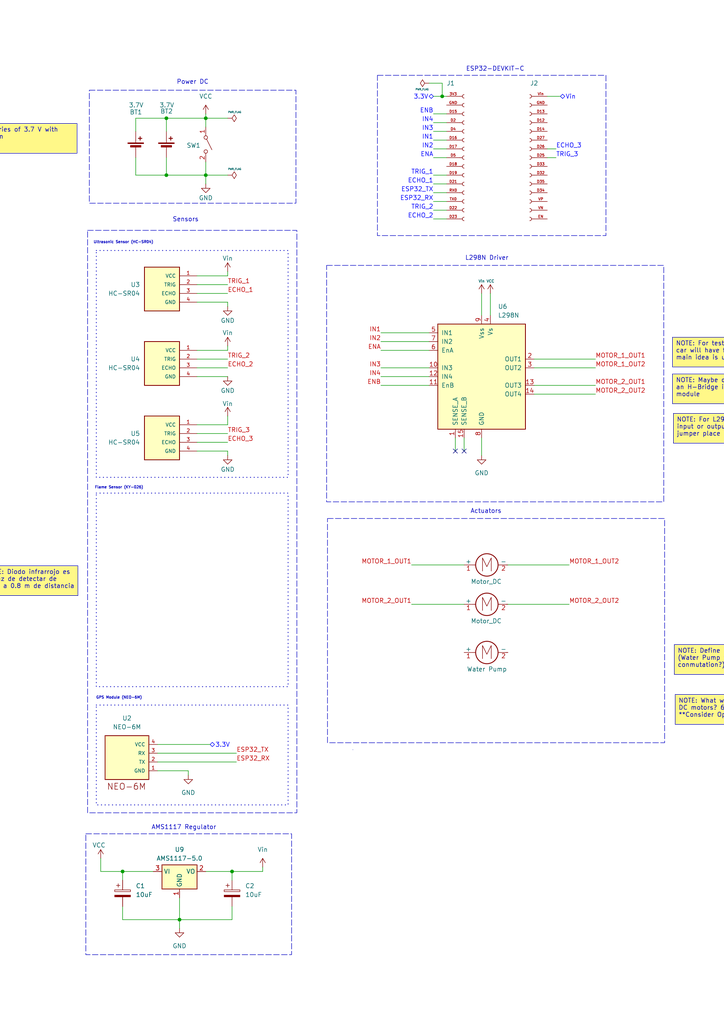
<source format=kicad_sch>
(kicad_sch (version 20231120) (generator "eeschema") (generator_version "8.0")
  (paper "A4" portrait)
  (title_block (title "IoT Autonomous Fire Detection and Firefighting System") (date "2025-03-30") (rev "Proyecto IMTC") (company "Facultad de Ingeniería Mecánica y Eléctrica") (comment 1 "Equipo #5") (comment 2 "Erick Ruben Morales Escobedo 1964189") (comment 3 "Kevin Yair Constante Maldonado 1966252") (comment 4 "Oswaldo Sanchez Melendez 2078113"))
  (lib_symbols
    (symbol "Comparator:LM393" (pin_names (offset 0.127))
      (property "Reference" "U" (at 3.81 3.81 0))
      (property "Value" "LM393" (at 6.35 -3.81 0))
      (symbol "LM393_1_1"
        (polyline (pts (xy -5.08 5.08) (xy 5.08 0) (xy -5.08 -5.08) (xy -5.08 5.08)) (stroke (width 0.254)) (fill (type background)))
        (polyline (pts (xy 3.302 -0.508) (xy 2.794 -0.508) (xy 3.302 0) (xy 2.794 0.508) (xy 2.286 0) (xy 2.794 -0.508) (xy 2.286 -0.508)) (stroke (width 0.127)))
        (pin open_collector line (at 7.62 0 180) (length 2.54) (name "~") (number "1"))
        (pin input line (at -7.62 -2.54 0) (length 2.54) (name "-") (number "2"))
        (pin input line (at -7.62 2.54 0) (length 2.54) (name "+") (number "3"))
      )
      (symbol "LM393_2_1"
        (polyline (pts (xy -5.08 5.08) (xy 5.08 0) (xy -5.08 -5.08) (xy -5.08 5.08)) (stroke (width 0.254)) (fill (type background)))
        (polyline (pts (xy 3.302 -0.508) (xy 2.794 -0.508) (xy 3.302 0) (xy 2.794 0.508) (xy 2.286 0) (xy 2.794 -0.508) (xy 2.286 -0.508)) (stroke (width 0.127)))
        (pin input line (at -7.62 2.54 0) (length 2.54) (name "+") (number "5"))
        (pin input line (at -7.62 -2.54 0) (length 2.54) (name "-") (number "6"))
        (pin open_collector line (at 7.62 0 180) (length 2.54) (name "~") (number "7"))
      )
      (symbol "LM393_3_1"
        (pin power_in line (at -2.54 -7.62 90) (length 3.81) (name "V-") (number "4"))
        (pin power_in line (at -2.54 7.62 270) (length 3.81) (name "V+") (number "8"))
      )
    )
    (symbol "Conn_01x19_Female_1" (pin_names (offset 1.016) hide)
      (property "Reference" "J2" (at -1.27 26.67 0))
      (symbol "Conn_01x19_Female_1_1_1"
        (arc (start 0 -12.192) (mid -0.5058 -12.7) (end 0 -13.208) (stroke (width 0.1524)))
        (arc (start 0 -9.652) (mid -0.5058 -10.16) (end 0 -10.668) (stroke (width 0.1524)))
        (arc (start 0 -7.112) (mid -0.5058 -7.62) (end 0 -8.128) (stroke (width 0.1524)))
        (arc (start 0 -4.572) (mid -0.5058 -5.08) (end 0 -5.588) (stroke (width 0.1524)))
        (arc (start 0 -2.032) (mid -0.5058 -2.54) (end 0 -3.048) (stroke (width 0.1524)))
        (polyline (pts (xy -1.27 -12.7) (xy -0.508 -12.7)) (stroke (width 0.1524)))
        (polyline (pts (xy -1.27 -10.16) (xy -0.508 -10.16)) (stroke (width 0.1524)))
        (polyline (pts (xy -1.27 -7.62) (xy -0.508 -7.62)) (stroke (width 0.1524)))
        (polyline (pts (xy -1.27 -5.08) (xy -0.508 -5.08)) (stroke (width 0.1524)))
        (polyline (pts (xy -1.27 -2.54) (xy -0.508 -2.54)) (stroke (width 0.1524)))
        (polyline (pts (xy -1.27 0) (xy -0.508 0)) (stroke (width 0.1524)))
        (polyline (pts (xy -1.27 2.54) (xy -0.508 2.54)) (stroke (width 0.1524)))
        (polyline (pts (xy -1.27 5.08) (xy -0.508 5.08)) (stroke (width 0.1524)))
        (polyline (pts (xy -1.27 7.62) (xy -0.508 7.62)) (stroke (width 0.1524)))
        (polyline (pts (xy -1.27 10.16) (xy -0.508 10.16)) (stroke (width 0.1524)))
        (polyline (pts (xy -1.27 12.7) (xy -0.508 12.7)) (stroke (width 0.1524)))
        (polyline (pts (xy -1.27 15.24) (xy -0.508 15.24)) (stroke (width 0.1524)))
        (polyline (pts (xy -1.27 17.78) (xy -0.508 17.78)) (stroke (width 0.1524)))
        (polyline (pts (xy -1.27 20.32) (xy -0.508 20.32)) (stroke (width 0.1524)))
        (polyline (pts (xy -1.27 22.86) (xy -0.508 22.86)) (stroke (width 0.1524)))
        (arc (start 0 0.508) (mid -0.5058 0) (end 0 -0.508) (stroke (width 0.1524)))
        (arc (start 0 3.048) (mid -0.5058 2.54) (end 0 2.032) (stroke (width 0.1524)))
        (arc (start 0 5.588) (mid -0.5058 5.08) (end 0 4.572) (stroke (width 0.1524)))
        (arc (start 0 8.128) (mid -0.5058 7.62) (end 0 7.112) (stroke (width 0.1524)))
        (arc (start 0 10.668) (mid -0.5058 10.16) (end 0 9.652) (stroke (width 0.1524)))
        (arc (start 0 13.208) (mid -0.5058 12.7) (end 0 12.192) (stroke (width 0.1524)))
        (arc (start 0 15.748) (mid -0.5058 15.24) (end 0 14.732) (stroke (width 0.1524)))
        (arc (start 0 18.288) (mid -0.5058 17.78) (end 0 17.272) (stroke (width 0.1524)))
        (arc (start 0 20.828) (mid -0.5058 20.32) (end 0 19.812) (stroke (width 0.1524)))
        (arc (start 0 23.368) (mid -0.5058 22.86) (end 0 22.352) (stroke (width 0.1524)))
        (pin passive line (at -5.08 15.24 0) (length 3.81) (name "Pin_4") (number "D12"))
        (pin passive line (at -5.08 17.78 0) (length 3.81) (name "Pin_3") (number "D13"))
        (pin passive line (at -5.08 12.7 0) (length 3.81) (name "Pin_5") (number "D14"))
        (pin passive line (at -5.08 5.08 0) (length 3.81) (name "Pin_8") (number "D25"))
        (pin passive line (at -5.08 7.62 0) (length 3.81) (name "Pin_7") (number "D26"))
        (pin passive line (at -5.08 10.16 0) (length 3.81) (name "Pin_6") (number "D27"))
        (pin passive line (at -5.08 0 0) (length 3.81) (name "Pin_10") (number "D32"))
        (pin passive line (at -5.08 2.54 0) (length 3.81) (name "Pin_9") (number "D33"))
        (pin passive line (at -5.08 -5.08 0) (length 3.81) (name "Pin_12") (number "D34"))
        (pin passive line (at -5.08 -2.54 0) (length 3.81) (name "Pin_11") (number "D35"))
        (pin passive line (at -5.08 -12.7 0) (length 3.81) (name "Pin_15") (number "EN"))
        (pin passive line (at -5.08 20.32 0) (length 3.81) (name "Pin_2") (number "GND"))
        (pin passive line (at -5.08 -10.16 0) (length 3.81) (name "Pin_14") (number "VN"))
        (pin passive line (at -5.08 -7.62 0) (length 3.81) (name "Pin_13") (number "VP"))
        (pin passive line (at -5.08 22.86 0) (length 3.81) (name "Pin_1") (number "Vin"))
      )
    )
    (symbol "Connector:Conn_01x19_Female" (pin_names (offset 1.016) hide)
      (property "Reference" "J1" (at -5.08 26.67 0))
      (symbol "Conn_01x19_Female_1_1"
        (arc (start 0 -12.192) (mid -0.5058 -12.7) (end 0 -13.208) (stroke (width 0.1524)))
        (arc (start 0 -9.652) (mid -0.5058 -10.16) (end 0 -10.668) (stroke (width 0.1524)))
        (arc (start 0 -7.112) (mid -0.5058 -7.62) (end 0 -8.128) (stroke (width 0.1524)))
        (arc (start 0 -4.572) (mid -0.5058 -5.08) (end 0 -5.588) (stroke (width 0.1524)))
        (arc (start 0 -2.032) (mid -0.5058 -2.54) (end 0 -3.048) (stroke (width 0.1524)))
        (polyline (pts (xy -1.27 -12.7) (xy -0.508 -12.7)) (stroke (width 0.1524)))
        (polyline (pts (xy -1.27 -10.16) (xy -0.508 -10.16)) (stroke (width 0.1524)))
        (polyline (pts (xy -1.27 -7.62) (xy -0.508 -7.62)) (stroke (width 0.1524)))
        (polyline (pts (xy -1.27 -5.08) (xy -0.508 -5.08)) (stroke (width 0.1524)))
        (polyline (pts (xy -1.27 -2.54) (xy -0.508 -2.54)) (stroke (width 0.1524)))
        (polyline (pts (xy -1.27 0) (xy -0.508 0)) (stroke (width 0.1524)))
        (polyline (pts (xy -1.27 2.54) (xy -0.508 2.54)) (stroke (width 0.1524)))
        (polyline (pts (xy -1.27 5.08) (xy -0.508 5.08)) (stroke (width 0.1524)))
        (polyline (pts (xy -1.27 7.62) (xy -0.508 7.62)) (stroke (width 0.1524)))
        (polyline (pts (xy -1.27 10.16) (xy -0.508 10.16)) (stroke (width 0.1524)))
        (polyline (pts (xy -1.27 12.7) (xy -0.508 12.7)) (stroke (width 0.1524)))
        (polyline (pts (xy -1.27 15.24) (xy -0.508 15.24)) (stroke (width 0.1524)))
        (polyline (pts (xy -1.27 17.78) (xy -0.508 17.78)) (stroke (width 0.1524)))
        (polyline (pts (xy -1.27 20.32) (xy -0.508 20.32)) (stroke (width 0.1524)))
        (polyline (pts (xy -1.27 22.86) (xy -0.508 22.86)) (stroke (width 0.1524)))
        (arc (start 0 0.508) (mid -0.5058 0) (end 0 -0.508) (stroke (width 0.1524)))
        (arc (start 0 3.048) (mid -0.5058 2.54) (end 0 2.032) (stroke (width 0.1524)))
        (arc (start 0 5.588) (mid -0.5058 5.08) (end 0 4.572) (stroke (width 0.1524)))
        (arc (start 0 8.128) (mid -0.5058 7.62) (end 0 7.112) (stroke (width 0.1524)))
        (arc (start 0 10.668) (mid -0.5058 10.16) (end 0 9.652) (stroke (width 0.1524)))
        (arc (start 0 13.208) (mid -0.5058 12.7) (end 0 12.192) (stroke (width 0.1524)))
        (arc (start 0 15.748) (mid -0.5058 15.24) (end 0 14.732) (stroke (width 0.1524)))
        (arc (start 0 18.288) (mid -0.5058 17.78) (end 0 17.272) (stroke (width 0.1524)))
        (arc (start 0 20.828) (mid -0.5058 20.32) (end 0 19.812) (stroke (width 0.1524)))
        (arc (start 0 23.368) (mid -0.5058 22.86) (end 0 22.352) (stroke (width 0.1524)))
        (pin passive line (at -5.08 22.86 0) (length 3.81) (name "Pin_1") (number "3V3"))
        (pin passive line (at -5.08 17.78 0) (length 3.81) (name "Pin_3") (number "D15"))
        (pin passive line (at -5.08 10.16 0) (length 3.81) (name "Pin_6") (number "D16"))
        (pin passive line (at -5.08 7.62 0) (length 3.81) (name "Pin_7") (number "D17"))
        (pin passive line (at -5.08 2.54 0) (length 3.81) (name "Pin_9") (number "D18"))
        (pin passive line (at -5.08 0 0) (length 3.81) (name "Pin_10") (number "D19"))
        (pin passive line (at -5.08 15.24 0) (length 3.81) (name "Pin_4") (number "D2"))
        (pin passive line (at -5.08 -2.54 0) (length 3.81) (name "Pin_11") (number "D21"))
        (pin passive line (at -5.08 -10.16 0) (length 3.81) (name "Pin_14") (number "D22"))
        (pin passive line (at -5.08 -12.7 0) (length 3.81) (name "Pin_15") (number "D23"))
        (pin passive line (at -5.08 12.7 0) (length 3.81) (name "Pin_5") (number "D4"))
        (pin passive line (at -5.08 5.08 0) (length 3.81) (name "Pin_8") (number "D5"))
        (pin passive line (at -5.08 20.32 0) (length 3.81) (name "Pin_2") (number "GND"))
        (pin passive line (at -5.08 -5.08 0) (length 3.81) (name "Pin_12") (number "RX0"))
        (pin passive line (at -5.08 -7.62 0) (length 3.81) (name "Pin_13") (number "TX0"))
      )
    )
    (symbol "Device:Battery_Cell" (pin_numbers hide) (pin_names (offset 0) hide)
      (property "Reference" "BT" (at 2.54 2.54 0))
      (property "Value" "Battery_Cell" (at 2.54 0 0))
      (symbol "Battery_Cell_0_1"
        (rectangle (start -2.286 1.778) (end 2.286 1.524) (fill (type outline)))
        (rectangle (start -1.524 1.016) (end 1.524 0.508) (fill (type outline)))
        (polyline (pts (xy 0 0.762) (xy 0 0)))
        (polyline (pts (xy 0 1.778) (xy 0 2.54)))
        (polyline (pts (xy 0.762 3.048) (xy 1.778 3.048)) (stroke (width 0.254)))
        (polyline (pts (xy 1.27 3.556) (xy 1.27 2.54)) (stroke (width 0.254)))
      )
      (symbol "Battery_Cell_1_1"
        (pin passive line (at 0 5.08 270) (length 2.54) (name "+") (number "1"))
        (pin passive line (at 0 -2.54 90) (length 2.54) (name "-") (number "2"))
      )
    )
    (symbol "Device:C_Polarized" (pin_numbers hide) (pin_names (offset 0.254))
      (property "Reference" "C" (at 0.635 2.54 0))
      (property "Value" "C_Polarized" (at 0.635 -2.54 0))
      (symbol "C_Polarized_0_1"
        (rectangle (start -2.286 0.508) (end 2.286 1.016))
        (polyline (pts (xy -1.778 2.286) (xy -0.762 2.286)))
        (polyline (pts (xy -1.27 2.794) (xy -1.27 1.778)))
        (rectangle (start 2.286 -0.508) (end -2.286 -1.016) (fill (type outline)))
      )
      (symbol "C_Polarized_1_1"
        (pin passive line (at 0 3.81 270) (length 2.794) (name "~") (number "1"))
        (pin passive line (at 0 -3.81 90) (length 2.794) (name "~") (number "2"))
      )
    )
    (symbol "Driver_Motor:L298N" (pin_names (offset 1.016))
      (property "Reference" "U" (at -10.16 16.51 0))
      (property "Value" "L298N" (at 12.7 16.51 0))
      (symbol "L298N_0_1"
        (rectangle (start -12.7 15.24) (end 12.7 -15.24) (stroke (width 0.254)) (fill (type background)))
      )
      (symbol "L298N_1_1"
        (pin power_in line (at -7.62 -17.78 90) (length 2.54) (name "SENSE_A") (number "1"))
        (pin input line (at -15.24 2.54 0) (length 2.54) (name "IN3") (number "10"))
        (pin input line (at -15.24 -2.54 0) (length 2.54) (name "EnB") (number "11"))
        (pin input line (at -15.24 0 0) (length 2.54) (name "IN4") (number "12"))
        (pin output line (at 15.24 -2.54 180) (length 2.54) (name "OUT3") (number "13"))
        (pin output line (at 15.24 -5.08 180) (length 2.54) (name "OUT4") (number "14"))
        (pin power_in line (at -5.08 -17.78 90) (length 2.54) (name "SENSE_B") (number "15"))
        (pin output line (at 15.24 5.08 180) (length 2.54) (name "OUT1") (number "2"))
        (pin output line (at 15.24 2.54 180) (length 2.54) (name "OUT2") (number "3"))
        (pin power_in line (at 2.54 17.78 270) (length 2.54) (name "Vs") (number "4"))
        (pin input line (at -15.24 12.7 0) (length 2.54) (name "IN1") (number "5"))
        (pin input line (at -15.24 7.62 0) (length 2.54) (name "EnA") (number "6"))
        (pin input line (at -15.24 10.16 0) (length 2.54) (name "IN2") (number "7"))
        (pin power_in line (at 0 -17.78 90) (length 2.54) (name "GND") (number "8"))
        (pin power_in line (at 0 17.78 270) (length 2.54) (name "Vss") (number "9"))
      )
    )
    (symbol "HC-SR04:HC-SR04" (pin_names (offset 1.016))
      (property "Reference" "U" (at 0 5.0813 0))
      (property "Value" "HC-SR04" (at 0 -10.163 0))
      (symbol "HC-SR04_0_0"
        (rectangle (start 0 -7.62) (end 10.16 5.08) (stroke (width 0.254)) (fill (type background)))
        (pin power_in line (at -5.08 2.54 0) (length 5.08) (name "VCC") (number "1"))
        (pin bidirectional line (at -5.08 0 0) (length 5.08) (name "TRIG") (number "2"))
        (pin bidirectional line (at -5.08 -2.54 0) (length 5.08) (name "ECHO") (number "3"))
        (pin power_in line (at -5.08 -5.08 0) (length 5.08) (name "GND") (number "4"))
      )
    )
    (symbol "Motor:Motor_DC" (pin_names (offset 0))
      (property "Value" "Motor_DC" (at -4.826 -5.842 90))
      (symbol "Motor_DC_0_0"
        (polyline (pts (xy -1.778 -0.254) (xy 2.032 -0.254) (xy -0.508 -1.524) (xy 2.032 -2.794) (xy -1.778 -2.794)))
      )
      (symbol "Motor_DC_0_1"
        (circle (center 0 -1.524) (radius 3.2512) (stroke (width 0.254)))
        (polyline (pts (xy 0 -7.62) (xy 0 -7.112)))
        (polyline (pts (xy 0 -4.7752) (xy 0 -5.1816)))
        (polyline (pts (xy 0 1.7272) (xy 0 2.0828)))
        (polyline (pts (xy 0 2.032) (xy 0 2.54)))
      )
      (symbol "Motor_DC_1_1"
        (pin passive line (at 0 5.08 270) (length 2.54) (name "+") (number "1"))
        (pin passive line (at 0 -7.62 90) (length 2.54) (name "-") (number "2"))
      )
    )
    (symbol "NEO-6M:NEO-6M" (pin_names (offset 1.016))
      (property "Reference" "U2" (at 7.62 17.272 0))
      (property "Value" "NEO-6M" (at 4.826 -1.778 0))
      (symbol "NEO-6M_0_0"
        (rectangle (start 2.54 0) (end 15.24 12.7) (stroke (width 0.254)) (fill (type background)))
        (text "NEO-6M" (at 3.302 14.732 0) (effects (font (size 1.778 1.778)) (justify left)))
      )
      (symbol "NEO-6M_1_0"
        (pin bidirectional line (at 0 10.16 0) (length 2.54) (name "GND") (number "1"))
        (pin bidirectional line (at 0 7.62 0) (length 2.54) (name "TX") (number "2"))
        (pin bidirectional line (at 0 5.08 0) (length 2.54) (name "RX") (number "3"))
        (pin bidirectional line (at 0 2.54 0) (length 2.54) (name "VCC") (number "4"))
      )
    )
    (symbol "Regulator_Linear:AMS1117-5.0"
      (property "Reference" "U" (at -3.81 3.175 0))
      (property "Value" "AMS1117-5.0" (at 0 3.175 0))
      (symbol "AMS1117-5.0_0_1"
        (rectangle (start -5.08 -5.08) (end 5.08 1.905) (stroke (width 0.254)) (fill (type background)))
      )
      (symbol "AMS1117-5.0_1_1"
        (pin power_in line (at 0 -7.62 90) (length 2.54) (name "GND") (number "1"))
        (pin power_out line (at 7.62 0 180) (length 2.54) (name "VO") (number "2"))
        (pin power_in line (at -7.62 0 0) (length 2.54) (name "VI") (number "3"))
      )
    )
    (symbol "Switch:SW_SPST" (pin_names (offset 0) hide)
      (property "Reference" "SW" (at 0 3.175 0))
      (property "Value" "SW_SPST" (at 0 -2.54 0))
      (symbol "SW_SPST_0_0"
        (circle (center -2.032 0) (radius 0.508))
        (polyline (pts (xy -1.524 0.254) (xy 1.524 1.778)))
        (circle (center 2.032 0) (radius 0.508))
      )
      (symbol "SW_SPST_1_1"
        (pin passive line (at -5.08 0 0) (length 2.54) (name "A") (number "1"))
        (pin passive line (at 5.08 0 180) (length 2.54) (name "B") (number "2"))
      )
    )
    (symbol "power:+9V" (power) (pin_numbers hide) (pin_names (offset 0) hide)
      (property "Value" "+9V" (at 0 3.556 0))
      (symbol "+9V_0_1"
        (polyline (pts (xy -0.762 1.27) (xy 0 2.54)))
        (polyline (pts (xy 0 0) (xy 0 2.54)))
        (polyline (pts (xy 0 2.54) (xy 0.762 1.27)))
      )
      (symbol "+9V_1_1"
        (pin power_in line (at 0 0 90) (length 0) (name "~") (number "1"))
      )
    )
    (symbol "power:GND" (power) (pin_numbers hide) (pin_names (offset 0) hide)
      (property "Value" "GND" (at 0 -3.81 0))
      (symbol "GND_0_1"
        (polyline (pts (xy 0 0) (xy 0 -1.27) (xy 1.27 -1.27) (xy 0 -2.54) (xy -1.27 -1.27) (xy 0 -1.27)))
      )
      (symbol "GND_1_1"
        (pin power_in line (at 0 0 270) (length 0) (name "~") (number "1"))
      )
    )
    (symbol "power:PWR_FLAG" (power) (pin_numbers hide) (pin_names (offset 0) hide)
      (property "Value" "PWR_FLAG" (at 0 4.826 90))
      (symbol "PWR_FLAG_0_0"
        (pin power_out line (at 0 0 90) (length 0) (name "~") (number "1"))
      )
      (symbol "PWR_FLAG_0_1"
        (polyline (pts (xy 0 0) (xy 0 1.27) (xy -1.016 1.905) (xy 0 2.54) (xy 1.016 1.905) (xy 0 1.27)))
      )
    )
    (symbol "power:VCC" (power) (pin_numbers hide) (pin_names (offset 0) hide)
      (property "Value" "VCC" (at 0 3.556 0))
      (symbol "VCC_0_1"
        (polyline (pts (xy -0.762 1.27) (xy 0 2.54)))
        (polyline (pts (xy 0 0) (xy 0 2.54)))
        (polyline (pts (xy 0 2.54) (xy 0.762 1.27)))
      )
      (symbol "VCC_1_1"
        (pin power_in line (at 0 0 90) (length 0) (name "~") (number "1"))
      )
    )
  )
  (junction (at 48.26 50.8))
  (junction (at 52.07 266.7))
  (junction (at 59.69 34.29))
  (junction (at 128.27 27.94))
  (junction (at 67.31 252.73))
  (junction (at 59.69 50.8))
  (junction (at 35.56 252.73))
  (junction (at 48.26 34.29))
  (no_connect (at 134.62 130.81))
  (no_connect (at 132.08 130.81))
  (wire (pts (xy 119.38 175.26) (xy 134.62 175.26)))
  (wire (pts (xy 129.54 38.1) (xy 125.73 38.1)))
  (wire (pts (xy 59.69 50.8) (xy 59.69 53.34)))
  (wire (pts (xy 76.2 251.46) (xy 76.2 252.73)))
  (wire (pts (xy 52.07 260.35) (xy 52.07 266.7)))
  (wire (pts (xy 124.46 24.13) (xy 128.27 24.13)))
  (wire (pts (xy 52.07 266.7) (xy 52.07 269.24)))
  (wire (pts (xy 45.72 220.98) (xy 68.58 220.98)))
  (wire (pts (xy 35.56 266.7) (xy 52.07 266.7)))
  (wire (pts (xy 110.49 96.52) (xy 124.46 96.52)))
  (wire (pts (xy 67.31 252.73) (xy 67.31 255.27)))
  (wire (pts (xy 57.15 101.6) (xy 66.04 101.6)))
  (wire (pts (xy 59.69 34.29) (xy 48.26 34.29)))
  (wire (pts (xy 57.15 109.22) (xy 66.04 109.22)))
  (wire (pts (xy 67.31 262.89) (xy 67.31 266.7)))
  (wire (pts (xy 134.62 127) (xy 134.62 130.81)))
  (wire (pts (xy 129.54 40.64) (xy 125.73 40.64)))
  (wire (pts (xy 57.15 80.01) (xy 66.04 80.01)))
  (wire (pts (xy 129.54 58.42) (xy 125.73 58.42)))
  (wire (pts (xy 59.69 34.29) (xy 66.04 34.29)))
  (wire (pts (xy 59.69 33.02) (xy 59.69 34.29)))
  (wire (pts (xy 66.04 130.81) (xy 66.04 132.08)))
  (wire (pts (xy 44.45 252.73) (xy 35.56 252.73)))
  (wire (pts (xy 66.04 80.01) (xy 66.04 78.74)))
  (wire (pts (xy 158.75 43.18) (xy 161.29 43.18)))
  (wire (pts (xy 110.49 106.68) (xy 124.46 106.68)))
  (wire (pts (xy 147.32 175.26) (xy 165.1 175.26)))
  (wire (pts (xy 57.15 128.27) (xy 66.04 128.27)))
  (wire (pts (xy 66.04 100.33) (xy 66.04 101.6)))
  (wire (pts (xy 35.56 262.89) (xy 35.56 266.7)))
  (wire (pts (xy 67.31 252.73) (xy 76.2 252.73)))
  (wire (pts (xy 154.94 114.3) (xy 172.72 114.3)))
  (wire (pts (xy 57.15 87.63) (xy 66.04 87.63)))
  (wire (pts (xy 110.49 109.22) (xy 124.46 109.22)))
  (wire (pts (xy 66.04 123.19) (xy 66.04 120.65)))
  (wire (pts (xy 29.21 248.92) (xy 29.21 252.73)))
  (wire (pts (xy 45.72 218.44) (xy 68.58 218.44)))
  (wire (pts (xy 129.54 45.72) (xy 125.73 45.72)))
  (wire (pts (xy 139.7 127) (xy 139.7 132.08)))
  (wire (pts (xy 129.54 35.56) (xy 125.73 35.56)))
  (wire (pts (xy 162.56 27.94) (xy 158.75 27.94)))
  (wire (pts (xy 110.49 101.6) (xy 124.46 101.6)))
  (wire (pts (xy 132.08 127) (xy 132.08 130.81)))
  (wire (pts (xy 129.54 63.5) (xy 125.73 63.5)))
  (wire (pts (xy 57.15 130.81) (xy 66.04 130.81)))
  (wire (pts (xy 57.15 82.55) (xy 66.04 82.55)))
  (wire (pts (xy 66.04 87.63) (xy 66.04 88.9)))
  (wire (pts (xy 48.26 50.8) (xy 48.26 45.72)))
  (wire (pts (xy 57.15 85.09) (xy 66.04 85.09)))
  (wire (pts (xy 158.75 45.72) (xy 161.29 45.72)))
  (wire (pts (xy 110.49 99.06) (xy 124.46 99.06)))
  (wire (pts (xy 129.54 50.8) (xy 125.73 50.8)))
  (wire (pts (xy 154.94 106.68) (xy 172.72 106.68)))
  (wire (pts (xy 59.69 36.83) (xy 59.69 34.29)))
  (wire (pts (xy 142.24 85.09) (xy 142.24 91.44)))
  (wire (pts (xy 39.37 50.8) (xy 48.26 50.8)))
  (wire (pts (xy 45.72 223.52) (xy 54.61 223.52)))
  (wire (pts (xy 48.26 34.29) (xy 48.26 38.1)))
  (wire (pts (xy 110.49 111.76) (xy 124.46 111.76)))
  (wire (pts (xy 35.56 252.73) (xy 35.56 255.27)))
  (wire (pts (xy 39.37 50.8) (xy 39.37 45.72)))
  (wire (pts (xy 39.37 34.29) (xy 39.37 38.1)))
  (wire (pts (xy 59.69 50.8) (xy 66.04 50.8)))
  (wire (pts (xy 128.27 27.94) (xy 129.54 27.94)))
  (wire (pts (xy 67.31 266.7) (xy 52.07 266.7)))
  (wire (pts (xy 125.73 33.02) (xy 129.54 33.02)))
  (wire (pts (xy 57.15 104.14) (xy 66.04 104.14)))
  (wire (pts (xy 125.73 27.94) (xy 128.27 27.94)))
  (wire (pts (xy 129.54 43.18) (xy 125.73 43.18)))
  (wire (pts (xy 39.37 34.29) (xy 48.26 34.29)))
  (wire (pts (xy 139.7 85.09) (xy 139.7 91.44)))
  (wire (pts (xy 129.54 55.88) (xy 125.73 55.88)))
  (wire (pts (xy 129.54 53.34) (xy 125.73 53.34)))
  (wire (pts (xy 147.32 163.83) (xy 165.1 163.83)))
  (wire (pts (xy 57.15 125.73) (xy 66.04 125.73)))
  (wire (pts (xy 57.15 106.68) (xy 66.04 106.68)))
  (wire (pts (xy 59.69 46.99) (xy 59.69 50.8)))
  (wire (pts (xy 119.38 163.83) (xy 134.62 163.83)))
  (wire (pts (xy 54.61 223.52) (xy 54.61 224.79)))
  (wire (pts (xy 59.69 50.8) (xy 48.26 50.8)))
  (wire (pts (xy 59.69 252.73) (xy 67.31 252.73)))
  (wire (pts (xy 129.54 60.96) (xy 125.73 60.96)))
  (wire (pts (xy 29.21 252.73) (xy 35.56 252.73)))
  (wire (pts (xy 57.15 123.19) (xy 66.04 123.19)))
  (wire (pts (xy 128.27 24.13) (xy 128.27 27.94)))
  (wire (pts (xy 154.94 104.14) (xy 172.72 104.14)))
  (wire (pts (xy 45.72 215.9) (xy 60.96 215.9)))
  (wire (pts (xy 154.94 111.76) (xy 172.72 111.76)))
  (rectangle (start 24.892 241.808) (end 84.582 276.86) (stroke (width 0) (type dash)))
  (rectangle (start 109.474 21.844) (end 175.768 68.326) (stroke (width 0) (type dash)))
  (rectangle (start 25.4 66.802) (end 86.106 235.712) (stroke (width 0) (type dash)))
  (rectangle (start 27.94 204.47) (end 83.566 233.426) (stroke (width 0.254) (type dot)))
  (rectangle (start 94.742 76.962) (end 192.532 145.542) (stroke (width 0) (type dash)))
  (rectangle (start 27.94 143.002) (end 83.566 199.136) (stroke (width 0.254) (type dot)))
  (rectangle (start 27.94 72.644) (end 83.566 138.43) (stroke (width 0.254) (type dot)))
  (rectangle (start 25.908 26.162) (end 85.852 58.928) (stroke (width 0) (type dash)))
  (rectangle (start 102.362 217.424) (end 102.362 217.424))
  (rectangle (start 94.996 150.368) (end 192.786 215.392) (stroke (width 0) (type dash)))
  (text_box "NOTE: Define mitigation algorithm (Water Pump will use PWM or simple conmutation?)" (at 195.58 186.944 0) (size 39.37 8.636) (fill (type color) (color 255 248 136 1)) (effects (font (size 1.27 1.27)) (justify left top)))
  (text_box "NOTE: Maybe one change can be use an H-Bridge instead of the complete module " (at 195.072 108.458 0) (size 39.37 8.636) (fill (type color) (color 255 248 136 1)) (effects (font (size 1.27 1.27)) (justify left top)))
  (text_box "NOTE: For testing, consider that the car will have four DC motors. But the main idea is use only two of them" (at 195.072 97.79 0) (size 39.37 8.636) (fill (type color) (color 255 248 136 1)) (effects (font (size 1.27 1.27)) (justify left top)))
  (text_box "NOTE: What would be the supply for DC motors? 6V or 9V? \n**Consider Operational Current**" (at 195.834 201.422 0) (size 39.37 8.636) (fill (type color) (color 255 248 136 1)) (effects (font (size 1.27 1.27)) (justify left top)))
  (text_box "NOTE: Diodo infrarrojo es capaz de detectar de 0.40 a 0.8 m de distancia" (at -5.334 164.084 0) (size 27.94 8.636) (fill (type color) (color 255 248 136 1)) (effects (font (size 1.27 1.27)) (justify left top)))
  (text_box "NOTE: For L298N, 5V can works as an input or output, it depends on the jumper place" (at 195.326 119.888 0) (size 39.37 8.636) (fill (type color) (color 255 248 136 1)) (effects (font (size 1.27 1.27)) (justify left top)))
  (text_box "NOTE: Two batteries of 3.7 V with series connection\n" (at -17.018 35.814 0) (size 39.37 8.636) (fill (type color) (color 255 248 136 1)) (effects (font (size 1.27 1.27)) (justify left top)))
  (text "Actuators" (at 140.97 148.336 0) (effects (font (size 1.27 1.27))))
  (text "MCU\n" (at 267.716 -100.838 0) (effects (font (size 1.27 1.27))))
  (text "Sensors" (at 53.848 63.754 0) (effects (font (size 1.27 1.27))))
  (text "ESP32-DEVKIT-C" (at 135.128 20.828 0) (effects (font (size 1.27 1.27)) (justify left bottom)))
  (text "GPS Module (NEO-6M)" (at 34.544 202.438 0) (effects (font (size 0.762 0.762))))
  (text "Flame Sensor (KY-026)" (at 34.544 141.478 0) (effects (font (size 0.762 0.762))))
  (text "AMS1117 Regulator\n" (at 53.34 240.03 0) (effects (font (size 1.27 1.27))))
  (text "Ultrasonic Sensor (HC-SR04)" (at 35.814 70.358 0) (effects (font (size 0.762 0.762))))
  (text "L298N Driver" (at 141.224 74.93 0) (effects (font (size 1.27 1.27))))
  (text "Power DC" (at 55.88 23.876 0) (effects (font (size 1.27 1.27))))
  (label "TRIG_3" (at 66.04 125.73 0))
  (label "ESP32_RX" (at 125.73 58.42 180))
  (label "IN3" (at 110.49 106.68 180))
  (label "IN1" (at 110.49 96.52 180))
  (label "TRIG_2" (at 125.73 60.96 180))
  (label "ESP32_TX" (at 125.73 55.88 180))
  (label "MOTOR_2_OUT1" (at 172.72 111.76 0))
  (label "MOTOR_2_OUT2" (at 165.1 175.26 0))
  (label "MOTOR_1_OUT1" (at 172.72 104.14 0))
  (label "ECHO_1" (at 125.73 53.34 180))
  (label "ECHO_3" (at 161.29 43.18 0))
  (label "MOTOR_1_OUT1" (at 119.38 163.83 180))
  (label "IN2" (at 125.73 43.18 180))
  (label "ESP32_TX" (at 68.58 218.44 0))
  (label "ECHO_1" (at 66.04 85.09 0))
  (label "ESP32_RX" (at 68.58 220.98 0))
  (label "TRIG_3" (at 161.29 45.72 0))
  (label "MOTOR_1_OUT2" (at 172.72 106.68 0))
  (label "ENB" (at 110.49 111.76 180))
  (label "ENA" (at 125.73 45.72 180))
  (label "ECHO_3" (at 66.04 128.27 0))
  (label "IN1" (at 125.73 40.64 180))
  (label "IN4" (at 110.49 109.22 180))
  (label "IN3" (at 125.73 38.1 180))
  (label "ECHO_2" (at 125.73 63.5 180))
  (label "ENB" (at 125.73 33.02 180))
  (label "ENA" (at 110.49 101.6 180))
  (label "TRIG_1" (at 66.04 82.55 0))
  (label "ECHO_2" (at 66.04 106.68 0))
  (label "MOTOR_1_OUT2" (at 165.1 163.83 0))
  (label "IN2" (at 110.49 99.06 180))
  (label "TRIG_2" (at 66.04 104.14 0))
  (label "MOTOR_2_OUT2" (at 172.72 114.3 0))
  (label "MOTOR_2_OUT1" (at 119.38 175.26 180))
  (label "TRIG_1" (at 125.73 50.8 180))
  (label "IN4" (at 125.73 35.56 180))
  (hierarchical_label "3.3V" (shape bidirectional) (at 60.96 215.9 0))
  (hierarchical_label "3.3V" (shape bidirectional) (at 125.73 27.94 180))
  (hierarchical_label "Vin" (shape bidirectional) (at 162.56 27.94 0))
  (symbol (lib_id "HC-SR04:HC-SR04") (at 52.07 125.73 0) (mirror y) (unit 1)
    (property "Reference" "U5" (at 40.64 125.7299 0) (effects (justify left)))
    (property "Value" "HC-SR04" (at 40.64 128.2699 0) (effects (justify left)))
    (property "Footprint" "HC-SR04:XCVR_HC-SR04" (effects (hide yes)))
    (property "MF" "OSEPP Electronics LTD" (effects (hide yes)))
    (property "Description_1" "\n                        \n                            Ultrasonic Sensor Module,Rectangular,20-4000 mm,5 V,15 mA,Arduino Compatible | OSEPP HC-SR04\n                        \n" (effects (hide yes)))
    (property "Package" "None" (effects (hide yes)))
    (property "Price" "None" (effects (hide yes)))
    (property "Check_prices" "https://www.snapeda.com/parts/HC-SR04/OSEPP/view-part/?ref=eda" (effects (hide yes)))
    (property "SnapEDA_Link" "https://www.snapeda.com/parts/HC-SR04/OSEPP/view-part/?ref=snap" (effects (hide yes)))
    (property "MP" "HC-SR04" (effects (hide yes)))
    (property "Availability" "In Stock" (effects (hide yes)))
    (property "MANUFACTURER" "Osepp" (effects (hide yes)))
  )
  (symbol (lib_id "Comparator:LM393") (at -34.29 167.64 0) (unit 3)
    (property "Reference" "U8" (at -34.29 166.3699 0) (effects (justify left)))
    (property "Value" "LM393" (at -34.29 168.9099 0) (effects (justify left)))
    (property "Datasheet" "http://www.ti.com/lit/ds/symlink/lm393.pdf" (effects (hide yes)))
    (property "Description" "Low-Power, Low-Offset Voltage, Dual Comparators, DIP-8/SOIC-8/TO-99-8" (effects (hide yes)))
  )
  (symbol (lib_id "Motor:Motor_DC") (at 139.7 163.83 90) (unit 1)
    (property "Reference" "M1" (effects (hide yes)))
    (property "Value" "Motor_DC" (at 145.542 168.656 90) (effects (justify left)))
    (property "Footprint" "Connector_PinHeader_2.00mm:PinHeader_2x01_P2.00mm_Vertical" (effects (hide yes)))
    (property "Description" "DC Motor" (effects (hide yes)))
  )
  (symbol (lib_id "Motor:Motor_DC") (at 139.7 175.26 90) (unit 1)
    (property "Reference" "M2" (effects (hide yes)))
    (property "Value" "Motor_DC" (at 145.542 180.086 90) (effects (justify left)))
    (property "Footprint" "Connector_PinHeader_2.00mm:PinHeader_2x01_P2.00mm_Vertical" (effects (hide yes)))
    (property "Description" "DC Motor" (effects (hide yes)))
  )
  (symbol (lib_id "Device:Battery_Cell") (at 39.37 43.18 0) (unit 1)
    (property "Reference" "BT1" (at 37.592 32.512 0) (effects (justify left)))
    (property "Value" "3.7V" (at 37.338 30.48 0) (effects (justify left)))
    (property "Description" "Single-cell battery" (effects (hide yes)))
  )
  (symbol (lib_id "power:+9V") (at 76.2 251.46 0) (unit 1)
    (property "Reference" "#PWR09" (effects (hide yes)))
    (property "Value" "Vin" (at 76.2 246.38 0))
    (property "Description" "Power symbol creates a global label with name \"+9V\"" (effects (hide yes)))
  )
  (symbol (lib_id "power:VCC") (at 66.04 78.74 0) (unit 1)
    (property "Reference" "#PWR05" (effects (hide yes)))
    (property "Value" "Vin" (at 66.04 74.93 0))
    (property "Description" "Power symbol creates a global label with name \"VCC\"" (effects (hide yes)))
  )
  (symbol (lib_id "power:GND") (at 139.7 132.08 0) (unit 1)
    (property "Reference" "#PWR04" (effects (hide yes)))
    (property "Value" "GND" (at 139.7 137.16 0))
    (property "Description" "Power symbol creates a global label with name \"GND\" , ground" (effects (hide yes)))
  )
  (symbol (lib_id "power:PWR_FLAG") (at 124.46 24.13 90) (unit 1)
    (property "Reference" "#FLG04" (effects (hide yes)))
    (property "Value" "PWR_FLAG" (at 122.428 25.908 90) (effects (font (size 0.508 0.508))))
    (property "Description" "Special symbol for telling ERC where power comes from" (effects (hide yes)))
  )
  (symbol (lib_id "power:GND") (at 66.04 132.08 0) (unit 1)
    (property "Reference" "#PWR014" (effects (hide yes)))
    (property "Value" "GND" (at 66.04 136.144 0))
    (property "Description" "Power symbol creates a global label with name \"GND\" , ground" (effects (hide yes)))
  )
  (symbol (lib_id "Device:C_Polarized") (at 67.31 259.08 0) (unit 1)
    (property "Reference" "C2" (at 71.12 256.9209 0) (effects (justify left)))
    (property "Value" "10uF" (at 71.12 259.4609 0) (effects (justify left)))
    (property "Footprint" "Capacitor_THT:CP_Radial_D5.0mm_P2.00mm" (effects (hide yes)))
    (property "Description" "Polarized capacitor" (effects (hide yes)))
  )
  (symbol (lib_id "power:GND") (at 54.61 224.79 0) (unit 1)
    (property "Reference" "#PWR018" (effects (hide yes)))
    (property "Value" "GND" (at 54.61 229.87 0))
    (property "Description" "Power symbol creates a global label with name \"GND\" , ground" (effects (hide yes)))
  )
  (symbol (lib_id "power:VCC") (at 139.7 85.09 0) (unit 1)
    (property "Reference" "#PWR016" (effects (hide yes)))
    (property "Value" "Vin" (at 139.7 81.534 0) (effects (font (size 0.762 0.762))))
    (property "Description" "Power symbol creates a global label with name \"VCC\"" (effects (hide yes)))
  )
  (symbol (lib_id "Driver_Motor:L298N") (at 139.7 109.22 0) (unit 1)
    (property "Reference" "U6" (at 144.4341 88.9 0) (effects (justify left)))
    (property "Value" "L298N" (at 144.4341 91.44 0) (effects (justify left)))
    (property "Footprint" "Package_TO_SOT_THT:TO-220-15_P2.54x2.54mm_StaggerOdd_Lead4.58mm_Vertical" (effects (hide yes)))
    (property "Datasheet" "http://www.st.com/st-web-ui/static/active/en/resource/technical/document/datasheet/CD00000240.pdf" (effects (hide yes)))
    (property "Description" "Dual full bridge motor driver, up to 46V, 4A, Multiwatt15-V" (effects (hide yes)))
  )
  (symbol (lib_id "power:VCC") (at 66.04 100.33 0) (unit 1)
    (property "Reference" "#PWR013" (effects (hide yes)))
    (property "Value" "Vin" (at 66.04 96.52 0))
    (property "Description" "Power symbol creates a global label with name \"VCC\"" (effects (hide yes)))
  )
  (symbol (lib_id "Connector:Conn_01x19_Female") (at 134.62 50.8 0) (unit 1)
    (property "Reference" "J1" (at 129.54 24.13 0) (effects (justify left)))
    (property "Value" "Conn_01x19_Female" (effects (hide yes)))
    (property "Footprint" "Connector_PinSocket_2.54mm:PinSocket_1x19_P2.54mm_Vertical" (effects (hide yes)))
  )
  (symbol (lib_name "Conn_01x19_Female_1") (lib_id "Connector:Conn_01x19_Female") (at 153.67 50.8 0) (mirror y) (unit 1)
    (property "Reference" "J2" (at 154.94 24.13 0))
    (property "Value" "Conn_01x19_Female" (effects (hide yes)))
    (property "Footprint" "Connector_PinSocket_2.54mm:PinSocket_1x19_P2.54mm_Vertical" (effects (hide yes)))
  )
  (symbol (lib_id "power:GND") (at 66.04 109.22 0) (unit 1)
    (property "Reference" "#PWR012" (effects (hide yes)))
    (property "Value" "GND" (at 66.04 113.284 0))
    (property "Description" "Power symbol creates a global label with name \"GND\" , ground" (effects (hide yes)))
  )
  (symbol (lib_id "power:GND") (at 66.04 88.9 0) (unit 1)
    (property "Reference" "#PWR011" (effects (hide yes)))
    (property "Value" "GND" (at 66.04 92.964 0))
    (property "Description" "Power symbol creates a global label with name \"GND\" , ground" (effects (hide yes)))
  )
  (symbol (lib_id "power:VCC") (at 59.69 33.02 0) (unit 1)
    (property "Reference" "#PWR01" (effects (hide yes)))
    (property "Value" "VCC" (at 59.69 27.94 0))
    (property "Description" "Power symbol creates a global label with name \"VCC\"" (effects (hide yes)))
  )
  (symbol (lib_id "Motor:Motor_DC") (at 139.7 189.23 90) (unit 1)
    (property "Reference" "M3" (effects (hide yes)))
    (property "Value" "Water Pump" (at 147.066 194.056 90) (effects (justify left)))
    (property "Footprint" "Connector_PinHeader_2.00mm:PinHeader_2x01_P2.00mm_Vertical" (effects (hide yes)))
    (property "Description" "DC Motor" (effects (hide yes)))
  )
  (symbol (lib_id "power:PWR_FLAG") (at 66.04 50.8 270) (unit 1)
    (property "Reference" "#FLG03" (effects (hide yes)))
    (property "Value" "PWR_FLAG" (at 68.072 49.022 90) (effects (font (size 0.508 0.508))))
    (property "Description" "Special symbol for telling ERC where power comes from" (effects (hide yes)))
  )
  (symbol (lib_id "power:+9V") (at 29.21 248.92 0) (unit 1)
    (property "Reference" "#PWR06" (effects (hide yes)))
    (property "Value" "VCC" (at 28.702 245.11 0))
    (property "Description" "Power symbol creates a global label with name \"+9V\"" (effects (hide yes)))
  )
  (symbol (lib_id "power:PWR_FLAG") (at 66.04 34.29 270) (unit 1)
    (property "Reference" "#FLG01" (effects (hide yes)))
    (property "Value" "PWR_FLAG" (at 68.072 32.512 90) (effects (font (size 0.508 0.508))))
    (property "Description" "Special symbol for telling ERC where power comes from" (effects (hide yes)))
  )
  (symbol (lib_id "Switch:SW_SPST") (at 59.69 41.91 270) (unit 1)
    (property "Reference" "SW1" (at 54.102 42.164 90) (effects (justify left)))
    (property "Value" "SW_SPST" (effects (hide yes)))
    (property "Description" "Single Pole Single Throw (SPST) switch" (effects (hide yes)))
  )
  (symbol (lib_id "power:VCC") (at 142.24 85.09 0) (unit 1)
    (property "Reference" "#PWR03" (effects (hide yes)))
    (property "Value" "VCC" (at 142.24 81.534 0) (effects (font (size 0.762 0.762))))
    (property "Description" "Power symbol creates a global label with name \"VCC\"" (effects (hide yes)))
  )
  (symbol (lib_id "Comparator:LM393") (at -83.82 168.91 0) (unit 1)
    (property "Reference" "U8" (at -83.82 158.75 0))
    (property "Value" "LM393" (at -83.82 161.29 0))
    (property "Datasheet" "http://www.ti.com/lit/ds/symlink/lm393.pdf" (effects (hide yes)))
    (property "Description" "Low-Power, Low-Offset Voltage, Dual Comparators, DIP-8/SOIC-8/TO-99-8" (effects (hide yes)))
  )
  (symbol (lib_id "power:GND") (at 59.69 53.34 0) (unit 1)
    (property "Reference" "#PWR02" (effects (hide yes)))
    (property "Value" "GND" (at 59.69 57.404 0))
    (property "Description" "Power symbol creates a global label with name \"GND\" , ground" (effects (hide yes)))
  )
  (symbol (lib_id "Regulator_Linear:AMS1117-5.0") (at 52.07 252.73 0) (unit 1)
    (property "Reference" "U9" (at 52.07 246.38 0))
    (property "Value" "AMS1117-5.0" (at 52.07 248.92 0))
    (property "Footprint" "Package_TO_SOT_SMD:SOT-223-3_TabPin2" (effects (hide yes)))
    (property "Datasheet" "http://www.advanced-monolithic.com/pdf/ds1117.pdf" (effects (hide yes)))
    (property "Description" "1A Low Dropout regulator, positive, 5.0V fixed output, SOT-223" (effects (hide yes)))
  )
  (symbol (lib_id "HC-SR04:HC-SR04") (at 52.07 104.14 0) (mirror y) (unit 1)
    (property "Reference" "U4" (at 40.64 104.1399 0) (effects (justify left)))
    (property "Value" "HC-SR04" (at 40.64 106.6799 0) (effects (justify left)))
    (property "Footprint" "HC-SR04:XCVR_HC-SR04" (effects (hide yes)))
    (property "MF" "OSEPP Electronics LTD" (effects (hide yes)))
    (property "Description_1" "\n                        \n                            Ultrasonic Sensor Module,Rectangular,20-4000 mm,5 V,15 mA,Arduino Compatible | OSEPP HC-SR04\n                        \n" (effects (hide yes)))
    (property "Package" "None" (effects (hide yes)))
    (property "Price" "None" (effects (hide yes)))
    (property "Check_prices" "https://www.snapeda.com/parts/HC-SR04/OSEPP/view-part/?ref=eda" (effects (hide yes)))
    (property "SnapEDA_Link" "https://www.snapeda.com/parts/HC-SR04/OSEPP/view-part/?ref=snap" (effects (hide yes)))
    (property "MP" "HC-SR04" (effects (hide yes)))
    (property "Availability" "In Stock" (effects (hide yes)))
    (property "MANUFACTURER" "Osepp" (effects (hide yes)))
  )
  (symbol (lib_id "Device:C_Polarized") (at 35.56 259.08 0) (unit 1)
    (property "Reference" "C1" (at 39.37 256.9209 0) (effects (justify left)))
    (property "Value" "10uF" (at 39.37 259.4609 0) (effects (justify left)))
    (property "Footprint" "Capacitor_THT:CP_Radial_D5.0mm_P2.00mm" (effects (hide yes)))
    (property "Description" "Polarized capacitor" (effects (hide yes)))
  )
  (symbol (lib_id "Comparator:LM393") (at -58.42 168.91 0) (unit 2)
    (property "Reference" "U8" (at -58.42 158.75 0))
    (property "Value" "LM393" (at -58.42 161.29 0))
    (property "Datasheet" "http://www.ti.com/lit/ds/symlink/lm393.pdf" (effects (hide yes)))
    (property "Description" "Low-Power, Low-Offset Voltage, Dual Comparators, DIP-8/SOIC-8/TO-99-8" (effects (hide yes)))
  )
  (symbol (lib_id "Device:Battery_Cell") (at 48.26 43.18 0) (unit 1)
    (property "Reference" "BT2" (at 46.482 32.258 0) (effects (justify left)))
    (property "Value" "3.7V" (at 46.228 30.48 0) (effects (justify left)))
    (property "Description" "Single-cell battery" (effects (hide yes)))
  )
  (symbol (lib_id "power:GND") (at 52.07 269.24 0) (unit 1)
    (property "Reference" "#PWR010" (effects (hide yes)))
    (property "Value" "GND" (at 52.07 274.32 0))
    (property "Description" "Power symbol creates a global label with name \"GND\" , ground" (effects (hide yes)))
  )
  (symbol (lib_id "NEO-6M:NEO-6M") (at 45.72 213.36 180) (unit 1)
    (property "Reference" "U2" (at 36.83 208.28 0))
    (property "Value" "NEO-6M" (at 36.83 210.82 0))
    (property "Footprint" "NEO-6M:NEO-6M" (effects (hide yes)))
    (property "MF" "U-blox" (effects (hide yes)))
    (property "Description_1" "\n                        \n                            \n                        \n" (effects (hide yes)))
    (property "Package" "None" (effects (hide yes)))
    (property "Price" "None" (effects (hide yes)))
    (property "SnapEDA_Link" "https://www.snapeda.com/parts/NEO-6M/u-blox/view-part/?ref=snap" (effects (hide yes)))
    (property "MP" "NEO-6M" (effects (hide yes)))
    (property "Availability" "In Stock" (effects (hide yes)))
    (property "Check_prices" "https://www.snapeda.com/parts/NEO-6M/u-blox/view-part/?ref=eda" (effects (hide yes)))
  )
  (symbol (lib_id "HC-SR04:HC-SR04") (at 52.07 82.55 0) (mirror y) (unit 1)
    (property "Reference" "U3" (at 40.64 82.5499 0) (effects (justify left)))
    (property "Value" "HC-SR04" (at 40.64 85.0899 0) (effects (justify left)))
    (property "Footprint" "HC-SR04:XCVR_HC-SR04" (effects (hide yes)))
    (property "MF" "OSEPP Electronics LTD" (effects (hide yes)))
    (property "Description_1" "\n                        \n                            Ultrasonic Sensor Module,Rectangular,20-4000 mm,5 V,15 mA,Arduino Compatible | OSEPP HC-SR04\n                        \n" (effects (hide yes)))
    (property "Package" "None" (effects (hide yes)))
    (property "Price" "None" (effects (hide yes)))
    (property "Check_prices" "https://www.snapeda.com/parts/HC-SR04/OSEPP/view-part/?ref=eda" (effects (hide yes)))
    (property "SnapEDA_Link" "https://www.snapeda.com/parts/HC-SR04/OSEPP/view-part/?ref=snap" (effects (hide yes)))
    (property "MP" "HC-SR04" (effects (hide yes)))
    (property "Availability" "In Stock" (effects (hide yes)))
    (property "MANUFACTURER" "Osepp" (effects (hide yes)))
  )
  (symbol (lib_id "Comparator:LM393") (at -83.82 148.59 0) (unit 1)
    (property "Reference" "U7" (at -83.82 138.43 0))
    (property "Value" "LM393" (at -83.82 140.97 0))
    (property "Datasheet" "http://www.ti.com/lit/ds/symlink/lm393.pdf" (effects (hide yes)))
    (property "Description" "Low-Power, Low-Offset Voltage, Dual Comparators, DIP-8/SOIC-8/TO-99-8" (effects (hide yes)))
  )
  (symbol (lib_id "Comparator:LM393") (at -34.29 147.32 0) (unit 3)
    (property "Reference" "U7" (at -34.29 146.0499 0) (effects (justify left)))
    (property "Value" "LM393" (at -34.29 148.5899 0) (effects (justify left)))
    (property "Datasheet" "http://www.ti.com/lit/ds/symlink/lm393.pdf" (effects (hide yes)))
    (property "Description" "Low-Power, Low-Offset Voltage, Dual Comparators, DIP-8/SOIC-8/TO-99-8" (effects (hide yes)))
  )
  (symbol (lib_id "Comparator:LM393") (at -58.42 148.59 0) (unit 2)
    (property "Reference" "U7" (at -58.42 138.43 0))
    (property "Value" "LM393" (at -58.42 140.97 0))
    (property "Datasheet" "http://www.ti.com/lit/ds/symlink/lm393.pdf" (effects (hide yes)))
    (property "Description" "Low-Power, Low-Offset Voltage, Dual Comparators, DIP-8/SOIC-8/TO-99-8" (effects (hide yes)))
  )
  (symbol (lib_id "power:VCC") (at 66.04 120.65 0) (unit 1)
    (property "Reference" "#PWR015" (effects (hide yes)))
    (property "Value" "Vin" (at 66.04 117.094 0))
    (property "Description" "Power symbol creates a global label with name \"VCC\"" (effects (hide yes)))
  )
)
</source>
